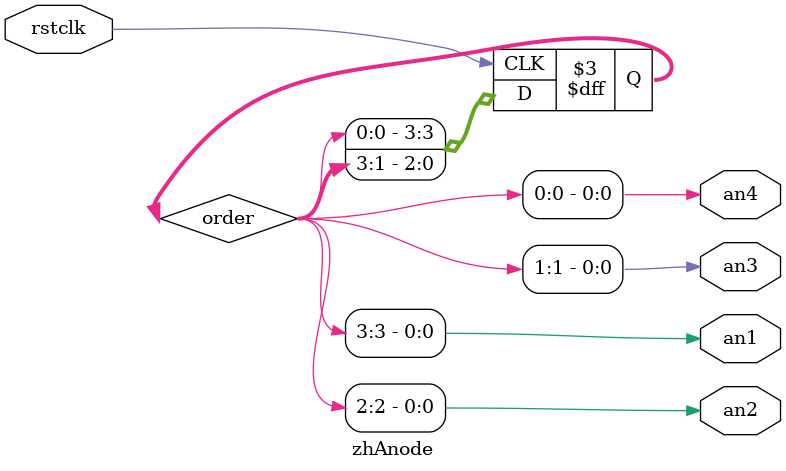
<source format=v>
`timescale 1ns / 1ps


module zhAnode(input rstclk, 
output        an1, 
output        an2, 
output        an3, 
output        an4  
    );


reg [3:0] order = 4'b0111; 

assign an1 = order[3]; 
assign an2 = order[2]; 
assign an3 = order[1]; 
assign an4 = order[0]; 

always @(posedge rstclk) begin
  order <= {order[0],order[3:1]}; 
end

endmodule

</source>
